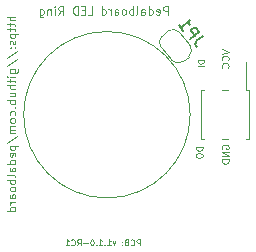
<source format=gbo>
G04 #@! TF.GenerationSoftware,KiCad,Pcbnew,7.0.7-7.0.7~ubuntu23.04.1*
G04 #@! TF.CreationDate,2023-10-17T18:20:03+00:00*
G04 #@! TF.ProjectId,pedalboard-led-ring,70656461-6c62-46f6-9172-642d6c65642d,1.1.0-RC1*
G04 #@! TF.SameCoordinates,Original*
G04 #@! TF.FileFunction,Legend,Bot*
G04 #@! TF.FilePolarity,Positive*
%FSLAX46Y46*%
G04 Gerber Fmt 4.6, Leading zero omitted, Abs format (unit mm)*
G04 Created by KiCad (PCBNEW 7.0.7-7.0.7~ubuntu23.04.1) date 2023-10-17 18:20:03*
%MOMM*%
%LPD*%
G01*
G04 APERTURE LIST*
%ADD10C,0.100000*%
%ADD11C,0.150000*%
%ADD12C,0.120000*%
G04 APERTURE END LIST*
D10*
X7050000Y0D02*
G75*
G03*
X7050000Y0I-7050000J0D01*
G01*
X8203609Y4615164D02*
X7703609Y4615164D01*
X7703609Y4615164D02*
X7703609Y4496116D01*
X7703609Y4496116D02*
X7727419Y4424688D01*
X7727419Y4424688D02*
X7775038Y4377069D01*
X7775038Y4377069D02*
X7822657Y4353259D01*
X7822657Y4353259D02*
X7917895Y4329450D01*
X7917895Y4329450D02*
X7989323Y4329450D01*
X7989323Y4329450D02*
X8084561Y4353259D01*
X8084561Y4353259D02*
X8132180Y4377069D01*
X8132180Y4377069D02*
X8179800Y4424688D01*
X8179800Y4424688D02*
X8203609Y4496116D01*
X8203609Y4496116D02*
X8203609Y4615164D01*
X8203609Y4115164D02*
X7703609Y4115164D01*
X8121371Y-2708646D02*
X7521371Y-2708646D01*
X7521371Y-2708646D02*
X7521371Y-2851503D01*
X7521371Y-2851503D02*
X7549942Y-2937217D01*
X7549942Y-2937217D02*
X7607085Y-2994360D01*
X7607085Y-2994360D02*
X7664228Y-3022931D01*
X7664228Y-3022931D02*
X7778514Y-3051503D01*
X7778514Y-3051503D02*
X7864228Y-3051503D01*
X7864228Y-3051503D02*
X7978514Y-3022931D01*
X7978514Y-3022931D02*
X8035657Y-2994360D01*
X8035657Y-2994360D02*
X8092800Y-2937217D01*
X8092800Y-2937217D02*
X8121371Y-2851503D01*
X8121371Y-2851503D02*
X8121371Y-2708646D01*
X7521371Y-3422931D02*
X7521371Y-3480074D01*
X7521371Y-3480074D02*
X7549942Y-3537217D01*
X7549942Y-3537217D02*
X7578514Y-3565789D01*
X7578514Y-3565789D02*
X7635657Y-3594360D01*
X7635657Y-3594360D02*
X7749942Y-3622931D01*
X7749942Y-3622931D02*
X7892800Y-3622931D01*
X7892800Y-3622931D02*
X8007085Y-3594360D01*
X8007085Y-3594360D02*
X8064228Y-3565789D01*
X8064228Y-3565789D02*
X8092800Y-3537217D01*
X8092800Y-3537217D02*
X8121371Y-3480074D01*
X8121371Y-3480074D02*
X8121371Y-3422931D01*
X8121371Y-3422931D02*
X8092800Y-3365789D01*
X8092800Y-3365789D02*
X8064228Y-3337217D01*
X8064228Y-3337217D02*
X8007085Y-3308646D01*
X8007085Y-3308646D02*
X7892800Y-3280074D01*
X7892800Y-3280074D02*
X7749942Y-3280074D01*
X7749942Y-3280074D02*
X7635657Y-3308646D01*
X7635657Y-3308646D02*
X7578514Y-3337217D01*
X7578514Y-3337217D02*
X7549942Y-3365789D01*
X7549942Y-3365789D02*
X7521371Y-3422931D01*
X9749942Y-2872931D02*
X9721371Y-2815789D01*
X9721371Y-2815789D02*
X9721371Y-2730074D01*
X9721371Y-2730074D02*
X9749942Y-2644360D01*
X9749942Y-2644360D02*
X9807085Y-2587217D01*
X9807085Y-2587217D02*
X9864228Y-2558646D01*
X9864228Y-2558646D02*
X9978514Y-2530074D01*
X9978514Y-2530074D02*
X10064228Y-2530074D01*
X10064228Y-2530074D02*
X10178514Y-2558646D01*
X10178514Y-2558646D02*
X10235657Y-2587217D01*
X10235657Y-2587217D02*
X10292800Y-2644360D01*
X10292800Y-2644360D02*
X10321371Y-2730074D01*
X10321371Y-2730074D02*
X10321371Y-2787217D01*
X10321371Y-2787217D02*
X10292800Y-2872931D01*
X10292800Y-2872931D02*
X10264228Y-2901503D01*
X10264228Y-2901503D02*
X10064228Y-2901503D01*
X10064228Y-2901503D02*
X10064228Y-2787217D01*
X10321371Y-3158646D02*
X9721371Y-3158646D01*
X9721371Y-3158646D02*
X10321371Y-3501503D01*
X10321371Y-3501503D02*
X9721371Y-3501503D01*
X10321371Y-3787217D02*
X9721371Y-3787217D01*
X9721371Y-3787217D02*
X9721371Y-3930074D01*
X9721371Y-3930074D02*
X9749942Y-4015788D01*
X9749942Y-4015788D02*
X9807085Y-4072931D01*
X9807085Y-4072931D02*
X9864228Y-4101502D01*
X9864228Y-4101502D02*
X9978514Y-4130074D01*
X9978514Y-4130074D02*
X10064228Y-4130074D01*
X10064228Y-4130074D02*
X10178514Y-4101502D01*
X10178514Y-4101502D02*
X10235657Y-4072931D01*
X10235657Y-4072931D02*
X10292800Y-4015788D01*
X10292800Y-4015788D02*
X10321371Y-3930074D01*
X10321371Y-3930074D02*
X10321371Y-3787217D01*
X-7750867Y8296664D02*
X-8450867Y8296664D01*
X-7750867Y7996664D02*
X-8117534Y7996664D01*
X-8117534Y7996664D02*
X-8184200Y8029997D01*
X-8184200Y8029997D02*
X-8217534Y8096664D01*
X-8217534Y8096664D02*
X-8217534Y8196664D01*
X-8217534Y8196664D02*
X-8184200Y8263330D01*
X-8184200Y8263330D02*
X-8150867Y8296664D01*
X-8217534Y7763331D02*
X-8217534Y7496664D01*
X-8450867Y7663331D02*
X-7850867Y7663331D01*
X-7850867Y7663331D02*
X-7784200Y7629997D01*
X-7784200Y7629997D02*
X-7750867Y7563331D01*
X-7750867Y7563331D02*
X-7750867Y7496664D01*
X-8217534Y7363331D02*
X-8217534Y7096664D01*
X-8450867Y7263331D02*
X-7850867Y7263331D01*
X-7850867Y7263331D02*
X-7784200Y7229997D01*
X-7784200Y7229997D02*
X-7750867Y7163331D01*
X-7750867Y7163331D02*
X-7750867Y7096664D01*
X-8217534Y6863331D02*
X-7517534Y6863331D01*
X-8184200Y6863331D02*
X-8217534Y6796664D01*
X-8217534Y6796664D02*
X-8217534Y6663331D01*
X-8217534Y6663331D02*
X-8184200Y6596664D01*
X-8184200Y6596664D02*
X-8150867Y6563331D01*
X-8150867Y6563331D02*
X-8084200Y6529997D01*
X-8084200Y6529997D02*
X-7884200Y6529997D01*
X-7884200Y6529997D02*
X-7817534Y6563331D01*
X-7817534Y6563331D02*
X-7784200Y6596664D01*
X-7784200Y6596664D02*
X-7750867Y6663331D01*
X-7750867Y6663331D02*
X-7750867Y6796664D01*
X-7750867Y6796664D02*
X-7784200Y6863331D01*
X-7784200Y6263331D02*
X-7750867Y6196664D01*
X-7750867Y6196664D02*
X-7750867Y6063331D01*
X-7750867Y6063331D02*
X-7784200Y5996664D01*
X-7784200Y5996664D02*
X-7850867Y5963331D01*
X-7850867Y5963331D02*
X-7884200Y5963331D01*
X-7884200Y5963331D02*
X-7950867Y5996664D01*
X-7950867Y5996664D02*
X-7984200Y6063331D01*
X-7984200Y6063331D02*
X-7984200Y6163331D01*
X-7984200Y6163331D02*
X-8017534Y6229998D01*
X-8017534Y6229998D02*
X-8084200Y6263331D01*
X-8084200Y6263331D02*
X-8117534Y6263331D01*
X-8117534Y6263331D02*
X-8184200Y6229998D01*
X-8184200Y6229998D02*
X-8217534Y6163331D01*
X-8217534Y6163331D02*
X-8217534Y6063331D01*
X-8217534Y6063331D02*
X-8184200Y5996664D01*
X-7817534Y5663331D02*
X-7784200Y5629997D01*
X-7784200Y5629997D02*
X-7750867Y5663331D01*
X-7750867Y5663331D02*
X-7784200Y5696664D01*
X-7784200Y5696664D02*
X-7817534Y5663331D01*
X-7817534Y5663331D02*
X-7750867Y5663331D01*
X-8184200Y5663331D02*
X-8150867Y5629997D01*
X-8150867Y5629997D02*
X-8117534Y5663331D01*
X-8117534Y5663331D02*
X-8150867Y5696664D01*
X-8150867Y5696664D02*
X-8184200Y5663331D01*
X-8184200Y5663331D02*
X-8117534Y5663331D01*
X-8484200Y4829998D02*
X-7584200Y5429998D01*
X-8484200Y4096665D02*
X-7584200Y4696665D01*
X-8217534Y3563332D02*
X-7650867Y3563332D01*
X-7650867Y3563332D02*
X-7584200Y3596665D01*
X-7584200Y3596665D02*
X-7550867Y3629998D01*
X-7550867Y3629998D02*
X-7517534Y3696665D01*
X-7517534Y3696665D02*
X-7517534Y3796665D01*
X-7517534Y3796665D02*
X-7550867Y3863332D01*
X-7784200Y3563332D02*
X-7750867Y3629998D01*
X-7750867Y3629998D02*
X-7750867Y3763332D01*
X-7750867Y3763332D02*
X-7784200Y3829998D01*
X-7784200Y3829998D02*
X-7817534Y3863332D01*
X-7817534Y3863332D02*
X-7884200Y3896665D01*
X-7884200Y3896665D02*
X-8084200Y3896665D01*
X-8084200Y3896665D02*
X-8150867Y3863332D01*
X-8150867Y3863332D02*
X-8184200Y3829998D01*
X-8184200Y3829998D02*
X-8217534Y3763332D01*
X-8217534Y3763332D02*
X-8217534Y3629998D01*
X-8217534Y3629998D02*
X-8184200Y3563332D01*
X-7750867Y3229999D02*
X-8217534Y3229999D01*
X-8450867Y3229999D02*
X-8417534Y3263332D01*
X-8417534Y3263332D02*
X-8384200Y3229999D01*
X-8384200Y3229999D02*
X-8417534Y3196665D01*
X-8417534Y3196665D02*
X-8450867Y3229999D01*
X-8450867Y3229999D02*
X-8384200Y3229999D01*
X-8217534Y2996666D02*
X-8217534Y2729999D01*
X-8450867Y2896666D02*
X-7850867Y2896666D01*
X-7850867Y2896666D02*
X-7784200Y2863332D01*
X-7784200Y2863332D02*
X-7750867Y2796666D01*
X-7750867Y2796666D02*
X-7750867Y2729999D01*
X-7750867Y2496666D02*
X-8450867Y2496666D01*
X-7750867Y2196666D02*
X-8117534Y2196666D01*
X-8117534Y2196666D02*
X-8184200Y2229999D01*
X-8184200Y2229999D02*
X-8217534Y2296666D01*
X-8217534Y2296666D02*
X-8217534Y2396666D01*
X-8217534Y2396666D02*
X-8184200Y2463332D01*
X-8184200Y2463332D02*
X-8150867Y2496666D01*
X-8217534Y1563333D02*
X-7750867Y1563333D01*
X-8217534Y1863333D02*
X-7850867Y1863333D01*
X-7850867Y1863333D02*
X-7784200Y1829999D01*
X-7784200Y1829999D02*
X-7750867Y1763333D01*
X-7750867Y1763333D02*
X-7750867Y1663333D01*
X-7750867Y1663333D02*
X-7784200Y1596666D01*
X-7784200Y1596666D02*
X-7817534Y1563333D01*
X-7750867Y1230000D02*
X-8450867Y1230000D01*
X-8184200Y1230000D02*
X-8217534Y1163333D01*
X-8217534Y1163333D02*
X-8217534Y1030000D01*
X-8217534Y1030000D02*
X-8184200Y963333D01*
X-8184200Y963333D02*
X-8150867Y930000D01*
X-8150867Y930000D02*
X-8084200Y896666D01*
X-8084200Y896666D02*
X-7884200Y896666D01*
X-7884200Y896666D02*
X-7817534Y930000D01*
X-7817534Y930000D02*
X-7784200Y963333D01*
X-7784200Y963333D02*
X-7750867Y1030000D01*
X-7750867Y1030000D02*
X-7750867Y1163333D01*
X-7750867Y1163333D02*
X-7784200Y1230000D01*
X-7817534Y596667D02*
X-7784200Y563333D01*
X-7784200Y563333D02*
X-7750867Y596667D01*
X-7750867Y596667D02*
X-7784200Y630000D01*
X-7784200Y630000D02*
X-7817534Y596667D01*
X-7817534Y596667D02*
X-7750867Y596667D01*
X-7784200Y-36666D02*
X-7750867Y30000D01*
X-7750867Y30000D02*
X-7750867Y163334D01*
X-7750867Y163334D02*
X-7784200Y230000D01*
X-7784200Y230000D02*
X-7817534Y263334D01*
X-7817534Y263334D02*
X-7884200Y296667D01*
X-7884200Y296667D02*
X-8084200Y296667D01*
X-8084200Y296667D02*
X-8150867Y263334D01*
X-8150867Y263334D02*
X-8184200Y230000D01*
X-8184200Y230000D02*
X-8217534Y163334D01*
X-8217534Y163334D02*
X-8217534Y30000D01*
X-8217534Y30000D02*
X-8184200Y-36666D01*
X-7750867Y-436666D02*
X-7784200Y-370000D01*
X-7784200Y-370000D02*
X-7817534Y-336666D01*
X-7817534Y-336666D02*
X-7884200Y-303333D01*
X-7884200Y-303333D02*
X-8084200Y-303333D01*
X-8084200Y-303333D02*
X-8150867Y-336666D01*
X-8150867Y-336666D02*
X-8184200Y-370000D01*
X-8184200Y-370000D02*
X-8217534Y-436666D01*
X-8217534Y-436666D02*
X-8217534Y-536666D01*
X-8217534Y-536666D02*
X-8184200Y-603333D01*
X-8184200Y-603333D02*
X-8150867Y-636666D01*
X-8150867Y-636666D02*
X-8084200Y-670000D01*
X-8084200Y-670000D02*
X-7884200Y-670000D01*
X-7884200Y-670000D02*
X-7817534Y-636666D01*
X-7817534Y-636666D02*
X-7784200Y-603333D01*
X-7784200Y-603333D02*
X-7750867Y-536666D01*
X-7750867Y-536666D02*
X-7750867Y-436666D01*
X-7750867Y-969999D02*
X-8217534Y-969999D01*
X-8150867Y-969999D02*
X-8184200Y-1003333D01*
X-8184200Y-1003333D02*
X-8217534Y-1069999D01*
X-8217534Y-1069999D02*
X-8217534Y-1169999D01*
X-8217534Y-1169999D02*
X-8184200Y-1236666D01*
X-8184200Y-1236666D02*
X-8117534Y-1269999D01*
X-8117534Y-1269999D02*
X-7750867Y-1269999D01*
X-8117534Y-1269999D02*
X-8184200Y-1303333D01*
X-8184200Y-1303333D02*
X-8217534Y-1369999D01*
X-8217534Y-1369999D02*
X-8217534Y-1469999D01*
X-8217534Y-1469999D02*
X-8184200Y-1536666D01*
X-8184200Y-1536666D02*
X-8117534Y-1569999D01*
X-8117534Y-1569999D02*
X-7750867Y-1569999D01*
X-8484200Y-2403332D02*
X-7584200Y-1803332D01*
X-8217534Y-2636665D02*
X-7517534Y-2636665D01*
X-8184200Y-2636665D02*
X-8217534Y-2703332D01*
X-8217534Y-2703332D02*
X-8217534Y-2836665D01*
X-8217534Y-2836665D02*
X-8184200Y-2903332D01*
X-8184200Y-2903332D02*
X-8150867Y-2936665D01*
X-8150867Y-2936665D02*
X-8084200Y-2969999D01*
X-8084200Y-2969999D02*
X-7884200Y-2969999D01*
X-7884200Y-2969999D02*
X-7817534Y-2936665D01*
X-7817534Y-2936665D02*
X-7784200Y-2903332D01*
X-7784200Y-2903332D02*
X-7750867Y-2836665D01*
X-7750867Y-2836665D02*
X-7750867Y-2703332D01*
X-7750867Y-2703332D02*
X-7784200Y-2636665D01*
X-7784200Y-3536665D02*
X-7750867Y-3469998D01*
X-7750867Y-3469998D02*
X-7750867Y-3336665D01*
X-7750867Y-3336665D02*
X-7784200Y-3269998D01*
X-7784200Y-3269998D02*
X-7850867Y-3236665D01*
X-7850867Y-3236665D02*
X-8117534Y-3236665D01*
X-8117534Y-3236665D02*
X-8184200Y-3269998D01*
X-8184200Y-3269998D02*
X-8217534Y-3336665D01*
X-8217534Y-3336665D02*
X-8217534Y-3469998D01*
X-8217534Y-3469998D02*
X-8184200Y-3536665D01*
X-8184200Y-3536665D02*
X-8117534Y-3569998D01*
X-8117534Y-3569998D02*
X-8050867Y-3569998D01*
X-8050867Y-3569998D02*
X-7984200Y-3236665D01*
X-7750867Y-4169998D02*
X-8450867Y-4169998D01*
X-7784200Y-4169998D02*
X-7750867Y-4103332D01*
X-7750867Y-4103332D02*
X-7750867Y-3969998D01*
X-7750867Y-3969998D02*
X-7784200Y-3903332D01*
X-7784200Y-3903332D02*
X-7817534Y-3869998D01*
X-7817534Y-3869998D02*
X-7884200Y-3836665D01*
X-7884200Y-3836665D02*
X-8084200Y-3836665D01*
X-8084200Y-3836665D02*
X-8150867Y-3869998D01*
X-8150867Y-3869998D02*
X-8184200Y-3903332D01*
X-8184200Y-3903332D02*
X-8217534Y-3969998D01*
X-8217534Y-3969998D02*
X-8217534Y-4103332D01*
X-8217534Y-4103332D02*
X-8184200Y-4169998D01*
X-7750867Y-4803331D02*
X-8117534Y-4803331D01*
X-8117534Y-4803331D02*
X-8184200Y-4769998D01*
X-8184200Y-4769998D02*
X-8217534Y-4703331D01*
X-8217534Y-4703331D02*
X-8217534Y-4569998D01*
X-8217534Y-4569998D02*
X-8184200Y-4503331D01*
X-7784200Y-4803331D02*
X-7750867Y-4736665D01*
X-7750867Y-4736665D02*
X-7750867Y-4569998D01*
X-7750867Y-4569998D02*
X-7784200Y-4503331D01*
X-7784200Y-4503331D02*
X-7850867Y-4469998D01*
X-7850867Y-4469998D02*
X-7917534Y-4469998D01*
X-7917534Y-4469998D02*
X-7984200Y-4503331D01*
X-7984200Y-4503331D02*
X-8017534Y-4569998D01*
X-8017534Y-4569998D02*
X-8017534Y-4736665D01*
X-8017534Y-4736665D02*
X-8050867Y-4803331D01*
X-7750867Y-5236664D02*
X-7784200Y-5169998D01*
X-7784200Y-5169998D02*
X-7850867Y-5136664D01*
X-7850867Y-5136664D02*
X-8450867Y-5136664D01*
X-7750867Y-5503331D02*
X-8450867Y-5503331D01*
X-8184200Y-5503331D02*
X-8217534Y-5569998D01*
X-8217534Y-5569998D02*
X-8217534Y-5703331D01*
X-8217534Y-5703331D02*
X-8184200Y-5769998D01*
X-8184200Y-5769998D02*
X-8150867Y-5803331D01*
X-8150867Y-5803331D02*
X-8084200Y-5836665D01*
X-8084200Y-5836665D02*
X-7884200Y-5836665D01*
X-7884200Y-5836665D02*
X-7817534Y-5803331D01*
X-7817534Y-5803331D02*
X-7784200Y-5769998D01*
X-7784200Y-5769998D02*
X-7750867Y-5703331D01*
X-7750867Y-5703331D02*
X-7750867Y-5569998D01*
X-7750867Y-5569998D02*
X-7784200Y-5503331D01*
X-7750867Y-6236664D02*
X-7784200Y-6169998D01*
X-7784200Y-6169998D02*
X-7817534Y-6136664D01*
X-7817534Y-6136664D02*
X-7884200Y-6103331D01*
X-7884200Y-6103331D02*
X-8084200Y-6103331D01*
X-8084200Y-6103331D02*
X-8150867Y-6136664D01*
X-8150867Y-6136664D02*
X-8184200Y-6169998D01*
X-8184200Y-6169998D02*
X-8217534Y-6236664D01*
X-8217534Y-6236664D02*
X-8217534Y-6336664D01*
X-8217534Y-6336664D02*
X-8184200Y-6403331D01*
X-8184200Y-6403331D02*
X-8150867Y-6436664D01*
X-8150867Y-6436664D02*
X-8084200Y-6469998D01*
X-8084200Y-6469998D02*
X-7884200Y-6469998D01*
X-7884200Y-6469998D02*
X-7817534Y-6436664D01*
X-7817534Y-6436664D02*
X-7784200Y-6403331D01*
X-7784200Y-6403331D02*
X-7750867Y-6336664D01*
X-7750867Y-6336664D02*
X-7750867Y-6236664D01*
X-7750867Y-7069997D02*
X-8117534Y-7069997D01*
X-8117534Y-7069997D02*
X-8184200Y-7036664D01*
X-8184200Y-7036664D02*
X-8217534Y-6969997D01*
X-8217534Y-6969997D02*
X-8217534Y-6836664D01*
X-8217534Y-6836664D02*
X-8184200Y-6769997D01*
X-7784200Y-7069997D02*
X-7750867Y-7003331D01*
X-7750867Y-7003331D02*
X-7750867Y-6836664D01*
X-7750867Y-6836664D02*
X-7784200Y-6769997D01*
X-7784200Y-6769997D02*
X-7850867Y-6736664D01*
X-7850867Y-6736664D02*
X-7917534Y-6736664D01*
X-7917534Y-6736664D02*
X-7984200Y-6769997D01*
X-7984200Y-6769997D02*
X-8017534Y-6836664D01*
X-8017534Y-6836664D02*
X-8017534Y-7003331D01*
X-8017534Y-7003331D02*
X-8050867Y-7069997D01*
X-7750867Y-7403330D02*
X-8217534Y-7403330D01*
X-8084200Y-7403330D02*
X-8150867Y-7436664D01*
X-8150867Y-7436664D02*
X-8184200Y-7469997D01*
X-8184200Y-7469997D02*
X-8217534Y-7536664D01*
X-8217534Y-7536664D02*
X-8217534Y-7603330D01*
X-7750867Y-8136663D02*
X-8450867Y-8136663D01*
X-7784200Y-8136663D02*
X-7750867Y-8069997D01*
X-7750867Y-8069997D02*
X-7750867Y-7936663D01*
X-7750867Y-7936663D02*
X-7784200Y-7869997D01*
X-7784200Y-7869997D02*
X-7817534Y-7836663D01*
X-7817534Y-7836663D02*
X-7884200Y-7803330D01*
X-7884200Y-7803330D02*
X-8084200Y-7803330D01*
X-8084200Y-7803330D02*
X-8150867Y-7836663D01*
X-8150867Y-7836663D02*
X-8184200Y-7869997D01*
X-8184200Y-7869997D02*
X-8217534Y-7936663D01*
X-8217534Y-7936663D02*
X-8217534Y-8069997D01*
X-8217534Y-8069997D02*
X-8184200Y-8136663D01*
X9711371Y5537069D02*
X10311371Y5337069D01*
X10311371Y5337069D02*
X9711371Y5137069D01*
X10254228Y4594211D02*
X10282800Y4622783D01*
X10282800Y4622783D02*
X10311371Y4708497D01*
X10311371Y4708497D02*
X10311371Y4765640D01*
X10311371Y4765640D02*
X10282800Y4851354D01*
X10282800Y4851354D02*
X10225657Y4908497D01*
X10225657Y4908497D02*
X10168514Y4937068D01*
X10168514Y4937068D02*
X10054228Y4965640D01*
X10054228Y4965640D02*
X9968514Y4965640D01*
X9968514Y4965640D02*
X9854228Y4937068D01*
X9854228Y4937068D02*
X9797085Y4908497D01*
X9797085Y4908497D02*
X9739942Y4851354D01*
X9739942Y4851354D02*
X9711371Y4765640D01*
X9711371Y4765640D02*
X9711371Y4708497D01*
X9711371Y4708497D02*
X9739942Y4622783D01*
X9739942Y4622783D02*
X9768514Y4594211D01*
X10254228Y3994211D02*
X10282800Y4022783D01*
X10282800Y4022783D02*
X10311371Y4108497D01*
X10311371Y4108497D02*
X10311371Y4165640D01*
X10311371Y4165640D02*
X10282800Y4251354D01*
X10282800Y4251354D02*
X10225657Y4308497D01*
X10225657Y4308497D02*
X10168514Y4337068D01*
X10168514Y4337068D02*
X10054228Y4365640D01*
X10054228Y4365640D02*
X9968514Y4365640D01*
X9968514Y4365640D02*
X9854228Y4337068D01*
X9854228Y4337068D02*
X9797085Y4308497D01*
X9797085Y4308497D02*
X9739942Y4251354D01*
X9739942Y4251354D02*
X9711371Y4165640D01*
X9711371Y4165640D02*
X9711371Y4108497D01*
X9711371Y4108497D02*
X9739942Y4022783D01*
X9739942Y4022783D02*
X9768514Y3994211D01*
X2790950Y-11063609D02*
X2790950Y-10563609D01*
X2790950Y-10563609D02*
X2600474Y-10563609D01*
X2600474Y-10563609D02*
X2552855Y-10587419D01*
X2552855Y-10587419D02*
X2529045Y-10611228D01*
X2529045Y-10611228D02*
X2505236Y-10658847D01*
X2505236Y-10658847D02*
X2505236Y-10730276D01*
X2505236Y-10730276D02*
X2529045Y-10777895D01*
X2529045Y-10777895D02*
X2552855Y-10801704D01*
X2552855Y-10801704D02*
X2600474Y-10825514D01*
X2600474Y-10825514D02*
X2790950Y-10825514D01*
X2005236Y-11015990D02*
X2029045Y-11039800D01*
X2029045Y-11039800D02*
X2100474Y-11063609D01*
X2100474Y-11063609D02*
X2148093Y-11063609D01*
X2148093Y-11063609D02*
X2219521Y-11039800D01*
X2219521Y-11039800D02*
X2267140Y-10992180D01*
X2267140Y-10992180D02*
X2290950Y-10944561D01*
X2290950Y-10944561D02*
X2314759Y-10849323D01*
X2314759Y-10849323D02*
X2314759Y-10777895D01*
X2314759Y-10777895D02*
X2290950Y-10682657D01*
X2290950Y-10682657D02*
X2267140Y-10635038D01*
X2267140Y-10635038D02*
X2219521Y-10587419D01*
X2219521Y-10587419D02*
X2148093Y-10563609D01*
X2148093Y-10563609D02*
X2100474Y-10563609D01*
X2100474Y-10563609D02*
X2029045Y-10587419D01*
X2029045Y-10587419D02*
X2005236Y-10611228D01*
X1624283Y-10801704D02*
X1552855Y-10825514D01*
X1552855Y-10825514D02*
X1529045Y-10849323D01*
X1529045Y-10849323D02*
X1505236Y-10896942D01*
X1505236Y-10896942D02*
X1505236Y-10968371D01*
X1505236Y-10968371D02*
X1529045Y-11015990D01*
X1529045Y-11015990D02*
X1552855Y-11039800D01*
X1552855Y-11039800D02*
X1600474Y-11063609D01*
X1600474Y-11063609D02*
X1790950Y-11063609D01*
X1790950Y-11063609D02*
X1790950Y-10563609D01*
X1790950Y-10563609D02*
X1624283Y-10563609D01*
X1624283Y-10563609D02*
X1576664Y-10587419D01*
X1576664Y-10587419D02*
X1552855Y-10611228D01*
X1552855Y-10611228D02*
X1529045Y-10658847D01*
X1529045Y-10658847D02*
X1529045Y-10706466D01*
X1529045Y-10706466D02*
X1552855Y-10754085D01*
X1552855Y-10754085D02*
X1576664Y-10777895D01*
X1576664Y-10777895D02*
X1624283Y-10801704D01*
X1624283Y-10801704D02*
X1790950Y-10801704D01*
X1290950Y-11015990D02*
X1267140Y-11039800D01*
X1267140Y-11039800D02*
X1290950Y-11063609D01*
X1290950Y-11063609D02*
X1314759Y-11039800D01*
X1314759Y-11039800D02*
X1290950Y-11015990D01*
X1290950Y-11015990D02*
X1290950Y-11063609D01*
X1290950Y-10754085D02*
X1267140Y-10777895D01*
X1267140Y-10777895D02*
X1290950Y-10801704D01*
X1290950Y-10801704D02*
X1314759Y-10777895D01*
X1314759Y-10777895D02*
X1290950Y-10754085D01*
X1290950Y-10754085D02*
X1290950Y-10801704D01*
X719522Y-10730276D02*
X600474Y-11063609D01*
X600474Y-11063609D02*
X481427Y-10730276D01*
X29046Y-11063609D02*
X314760Y-11063609D01*
X171903Y-11063609D02*
X171903Y-10563609D01*
X171903Y-10563609D02*
X219522Y-10635038D01*
X219522Y-10635038D02*
X267141Y-10682657D01*
X267141Y-10682657D02*
X314760Y-10706466D01*
X-185239Y-11015990D02*
X-209049Y-11039800D01*
X-209049Y-11039800D02*
X-185239Y-11063609D01*
X-185239Y-11063609D02*
X-161430Y-11039800D01*
X-161430Y-11039800D02*
X-185239Y-11015990D01*
X-185239Y-11015990D02*
X-185239Y-11063609D01*
X-685239Y-11063609D02*
X-399525Y-11063609D01*
X-542382Y-11063609D02*
X-542382Y-10563609D01*
X-542382Y-10563609D02*
X-494763Y-10635038D01*
X-494763Y-10635038D02*
X-447144Y-10682657D01*
X-447144Y-10682657D02*
X-399525Y-10706466D01*
X-899524Y-11015990D02*
X-923334Y-11039800D01*
X-923334Y-11039800D02*
X-899524Y-11063609D01*
X-899524Y-11063609D02*
X-875715Y-11039800D01*
X-875715Y-11039800D02*
X-899524Y-11015990D01*
X-899524Y-11015990D02*
X-899524Y-11063609D01*
X-1232857Y-10563609D02*
X-1280476Y-10563609D01*
X-1280476Y-10563609D02*
X-1328095Y-10587419D01*
X-1328095Y-10587419D02*
X-1351905Y-10611228D01*
X-1351905Y-10611228D02*
X-1375714Y-10658847D01*
X-1375714Y-10658847D02*
X-1399524Y-10754085D01*
X-1399524Y-10754085D02*
X-1399524Y-10873133D01*
X-1399524Y-10873133D02*
X-1375714Y-10968371D01*
X-1375714Y-10968371D02*
X-1351905Y-11015990D01*
X-1351905Y-11015990D02*
X-1328095Y-11039800D01*
X-1328095Y-11039800D02*
X-1280476Y-11063609D01*
X-1280476Y-11063609D02*
X-1232857Y-11063609D01*
X-1232857Y-11063609D02*
X-1185238Y-11039800D01*
X-1185238Y-11039800D02*
X-1161429Y-11015990D01*
X-1161429Y-11015990D02*
X-1137619Y-10968371D01*
X-1137619Y-10968371D02*
X-1113810Y-10873133D01*
X-1113810Y-10873133D02*
X-1113810Y-10754085D01*
X-1113810Y-10754085D02*
X-1137619Y-10658847D01*
X-1137619Y-10658847D02*
X-1161429Y-10611228D01*
X-1161429Y-10611228D02*
X-1185238Y-10587419D01*
X-1185238Y-10587419D02*
X-1232857Y-10563609D01*
X-1613809Y-10873133D02*
X-1994761Y-10873133D01*
X-2518571Y-11063609D02*
X-2351905Y-10825514D01*
X-2232857Y-11063609D02*
X-2232857Y-10563609D01*
X-2232857Y-10563609D02*
X-2423333Y-10563609D01*
X-2423333Y-10563609D02*
X-2470952Y-10587419D01*
X-2470952Y-10587419D02*
X-2494762Y-10611228D01*
X-2494762Y-10611228D02*
X-2518571Y-10658847D01*
X-2518571Y-10658847D02*
X-2518571Y-10730276D01*
X-2518571Y-10730276D02*
X-2494762Y-10777895D01*
X-2494762Y-10777895D02*
X-2470952Y-10801704D01*
X-2470952Y-10801704D02*
X-2423333Y-10825514D01*
X-2423333Y-10825514D02*
X-2232857Y-10825514D01*
X-3018571Y-11015990D02*
X-2994762Y-11039800D01*
X-2994762Y-11039800D02*
X-2923333Y-11063609D01*
X-2923333Y-11063609D02*
X-2875714Y-11063609D01*
X-2875714Y-11063609D02*
X-2804286Y-11039800D01*
X-2804286Y-11039800D02*
X-2756667Y-10992180D01*
X-2756667Y-10992180D02*
X-2732857Y-10944561D01*
X-2732857Y-10944561D02*
X-2709048Y-10849323D01*
X-2709048Y-10849323D02*
X-2709048Y-10777895D01*
X-2709048Y-10777895D02*
X-2732857Y-10682657D01*
X-2732857Y-10682657D02*
X-2756667Y-10635038D01*
X-2756667Y-10635038D02*
X-2804286Y-10587419D01*
X-2804286Y-10587419D02*
X-2875714Y-10563609D01*
X-2875714Y-10563609D02*
X-2923333Y-10563609D01*
X-2923333Y-10563609D02*
X-2994762Y-10587419D01*
X-2994762Y-10587419D02*
X-3018571Y-10611228D01*
X-3494762Y-11063609D02*
X-3209048Y-11063609D01*
X-3351905Y-11063609D02*
X-3351905Y-10563609D01*
X-3351905Y-10563609D02*
X-3304286Y-10635038D01*
X-3304286Y-10635038D02*
X-3256667Y-10682657D01*
X-3256667Y-10682657D02*
X-3209048Y-10706466D01*
X5146664Y8470867D02*
X5146664Y9170867D01*
X5146664Y9170867D02*
X4879997Y9170867D01*
X4879997Y9170867D02*
X4813331Y9137534D01*
X4813331Y9137534D02*
X4779997Y9104200D01*
X4779997Y9104200D02*
X4746664Y9037534D01*
X4746664Y9037534D02*
X4746664Y8937534D01*
X4746664Y8937534D02*
X4779997Y8870867D01*
X4779997Y8870867D02*
X4813331Y8837534D01*
X4813331Y8837534D02*
X4879997Y8804200D01*
X4879997Y8804200D02*
X5146664Y8804200D01*
X4179997Y8504200D02*
X4246664Y8470867D01*
X4246664Y8470867D02*
X4379997Y8470867D01*
X4379997Y8470867D02*
X4446664Y8504200D01*
X4446664Y8504200D02*
X4479997Y8570867D01*
X4479997Y8570867D02*
X4479997Y8837534D01*
X4479997Y8837534D02*
X4446664Y8904200D01*
X4446664Y8904200D02*
X4379997Y8937534D01*
X4379997Y8937534D02*
X4246664Y8937534D01*
X4246664Y8937534D02*
X4179997Y8904200D01*
X4179997Y8904200D02*
X4146664Y8837534D01*
X4146664Y8837534D02*
X4146664Y8770867D01*
X4146664Y8770867D02*
X4479997Y8704200D01*
X3546664Y8470867D02*
X3546664Y9170867D01*
X3546664Y8504200D02*
X3613331Y8470867D01*
X3613331Y8470867D02*
X3746664Y8470867D01*
X3746664Y8470867D02*
X3813331Y8504200D01*
X3813331Y8504200D02*
X3846664Y8537534D01*
X3846664Y8537534D02*
X3879997Y8604200D01*
X3879997Y8604200D02*
X3879997Y8804200D01*
X3879997Y8804200D02*
X3846664Y8870867D01*
X3846664Y8870867D02*
X3813331Y8904200D01*
X3813331Y8904200D02*
X3746664Y8937534D01*
X3746664Y8937534D02*
X3613331Y8937534D01*
X3613331Y8937534D02*
X3546664Y8904200D01*
X2913331Y8470867D02*
X2913331Y8837534D01*
X2913331Y8837534D02*
X2946664Y8904200D01*
X2946664Y8904200D02*
X3013331Y8937534D01*
X3013331Y8937534D02*
X3146664Y8937534D01*
X3146664Y8937534D02*
X3213331Y8904200D01*
X2913331Y8504200D02*
X2979998Y8470867D01*
X2979998Y8470867D02*
X3146664Y8470867D01*
X3146664Y8470867D02*
X3213331Y8504200D01*
X3213331Y8504200D02*
X3246664Y8570867D01*
X3246664Y8570867D02*
X3246664Y8637534D01*
X3246664Y8637534D02*
X3213331Y8704200D01*
X3213331Y8704200D02*
X3146664Y8737534D01*
X3146664Y8737534D02*
X2979998Y8737534D01*
X2979998Y8737534D02*
X2913331Y8770867D01*
X2479998Y8470867D02*
X2546665Y8504200D01*
X2546665Y8504200D02*
X2579998Y8570867D01*
X2579998Y8570867D02*
X2579998Y9170867D01*
X2213331Y8470867D02*
X2213331Y9170867D01*
X2213331Y8904200D02*
X2146664Y8937534D01*
X2146664Y8937534D02*
X2013331Y8937534D01*
X2013331Y8937534D02*
X1946664Y8904200D01*
X1946664Y8904200D02*
X1913331Y8870867D01*
X1913331Y8870867D02*
X1879998Y8804200D01*
X1879998Y8804200D02*
X1879998Y8604200D01*
X1879998Y8604200D02*
X1913331Y8537534D01*
X1913331Y8537534D02*
X1946664Y8504200D01*
X1946664Y8504200D02*
X2013331Y8470867D01*
X2013331Y8470867D02*
X2146664Y8470867D01*
X2146664Y8470867D02*
X2213331Y8504200D01*
X1479998Y8470867D02*
X1546665Y8504200D01*
X1546665Y8504200D02*
X1579998Y8537534D01*
X1579998Y8537534D02*
X1613331Y8604200D01*
X1613331Y8604200D02*
X1613331Y8804200D01*
X1613331Y8804200D02*
X1579998Y8870867D01*
X1579998Y8870867D02*
X1546665Y8904200D01*
X1546665Y8904200D02*
X1479998Y8937534D01*
X1479998Y8937534D02*
X1379998Y8937534D01*
X1379998Y8937534D02*
X1313331Y8904200D01*
X1313331Y8904200D02*
X1279998Y8870867D01*
X1279998Y8870867D02*
X1246665Y8804200D01*
X1246665Y8804200D02*
X1246665Y8604200D01*
X1246665Y8604200D02*
X1279998Y8537534D01*
X1279998Y8537534D02*
X1313331Y8504200D01*
X1313331Y8504200D02*
X1379998Y8470867D01*
X1379998Y8470867D02*
X1479998Y8470867D01*
X646665Y8470867D02*
X646665Y8837534D01*
X646665Y8837534D02*
X679998Y8904200D01*
X679998Y8904200D02*
X746665Y8937534D01*
X746665Y8937534D02*
X879998Y8937534D01*
X879998Y8937534D02*
X946665Y8904200D01*
X646665Y8504200D02*
X713332Y8470867D01*
X713332Y8470867D02*
X879998Y8470867D01*
X879998Y8470867D02*
X946665Y8504200D01*
X946665Y8504200D02*
X979998Y8570867D01*
X979998Y8570867D02*
X979998Y8637534D01*
X979998Y8637534D02*
X946665Y8704200D01*
X946665Y8704200D02*
X879998Y8737534D01*
X879998Y8737534D02*
X713332Y8737534D01*
X713332Y8737534D02*
X646665Y8770867D01*
X313332Y8470867D02*
X313332Y8937534D01*
X313332Y8804200D02*
X279999Y8870867D01*
X279999Y8870867D02*
X246665Y8904200D01*
X246665Y8904200D02*
X179999Y8937534D01*
X179999Y8937534D02*
X113332Y8937534D01*
X-420001Y8470867D02*
X-420001Y9170867D01*
X-420001Y8504200D02*
X-353334Y8470867D01*
X-353334Y8470867D02*
X-220001Y8470867D01*
X-220001Y8470867D02*
X-153334Y8504200D01*
X-153334Y8504200D02*
X-120001Y8537534D01*
X-120001Y8537534D02*
X-86668Y8604200D01*
X-86668Y8604200D02*
X-86668Y8804200D01*
X-86668Y8804200D02*
X-120001Y8870867D01*
X-120001Y8870867D02*
X-153334Y8904200D01*
X-153334Y8904200D02*
X-220001Y8937534D01*
X-220001Y8937534D02*
X-353334Y8937534D01*
X-353334Y8937534D02*
X-420001Y8904200D01*
X-1620000Y8470867D02*
X-1286667Y8470867D01*
X-1286667Y8470867D02*
X-1286667Y9170867D01*
X-1853334Y8837534D02*
X-2086667Y8837534D01*
X-2186667Y8470867D02*
X-1853334Y8470867D01*
X-1853334Y8470867D02*
X-1853334Y9170867D01*
X-1853334Y9170867D02*
X-2186667Y9170867D01*
X-2486667Y8470867D02*
X-2486667Y9170867D01*
X-2486667Y9170867D02*
X-2653334Y9170867D01*
X-2653334Y9170867D02*
X-2753334Y9137534D01*
X-2753334Y9137534D02*
X-2820000Y9070867D01*
X-2820000Y9070867D02*
X-2853334Y9004200D01*
X-2853334Y9004200D02*
X-2886667Y8870867D01*
X-2886667Y8870867D02*
X-2886667Y8770867D01*
X-2886667Y8770867D02*
X-2853334Y8637534D01*
X-2853334Y8637534D02*
X-2820000Y8570867D01*
X-2820000Y8570867D02*
X-2753334Y8504200D01*
X-2753334Y8504200D02*
X-2653334Y8470867D01*
X-2653334Y8470867D02*
X-2486667Y8470867D01*
X-4120000Y8470867D02*
X-3886667Y8804200D01*
X-3720000Y8470867D02*
X-3720000Y9170867D01*
X-3720000Y9170867D02*
X-3986667Y9170867D01*
X-3986667Y9170867D02*
X-4053333Y9137534D01*
X-4053333Y9137534D02*
X-4086667Y9104200D01*
X-4086667Y9104200D02*
X-4120000Y9037534D01*
X-4120000Y9037534D02*
X-4120000Y8937534D01*
X-4120000Y8937534D02*
X-4086667Y8870867D01*
X-4086667Y8870867D02*
X-4053333Y8837534D01*
X-4053333Y8837534D02*
X-3986667Y8804200D01*
X-3986667Y8804200D02*
X-3720000Y8804200D01*
X-4420000Y8470867D02*
X-4420000Y8937534D01*
X-4420000Y9170867D02*
X-4386667Y9137534D01*
X-4386667Y9137534D02*
X-4420000Y9104200D01*
X-4420000Y9104200D02*
X-4453333Y9137534D01*
X-4453333Y9137534D02*
X-4420000Y9170867D01*
X-4420000Y9170867D02*
X-4420000Y9104200D01*
X-4753333Y8937534D02*
X-4753333Y8470867D01*
X-4753333Y8870867D02*
X-4786666Y8904200D01*
X-4786666Y8904200D02*
X-4853333Y8937534D01*
X-4853333Y8937534D02*
X-4953333Y8937534D01*
X-4953333Y8937534D02*
X-5020000Y8904200D01*
X-5020000Y8904200D02*
X-5053333Y8837534D01*
X-5053333Y8837534D02*
X-5053333Y8470867D01*
X-5686666Y8937534D02*
X-5686666Y8370867D01*
X-5686666Y8370867D02*
X-5653333Y8304200D01*
X-5653333Y8304200D02*
X-5619999Y8270867D01*
X-5619999Y8270867D02*
X-5553333Y8237534D01*
X-5553333Y8237534D02*
X-5453333Y8237534D01*
X-5453333Y8237534D02*
X-5386666Y8270867D01*
X-5686666Y8504200D02*
X-5619999Y8470867D01*
X-5619999Y8470867D02*
X-5486666Y8470867D01*
X-5486666Y8470867D02*
X-5419999Y8504200D01*
X-5419999Y8504200D02*
X-5386666Y8537534D01*
X-5386666Y8537534D02*
X-5353333Y8604200D01*
X-5353333Y8604200D02*
X-5353333Y8804200D01*
X-5353333Y8804200D02*
X-5386666Y8870867D01*
X-5386666Y8870867D02*
X-5419999Y8904200D01*
X-5419999Y8904200D02*
X-5486666Y8937534D01*
X-5486666Y8937534D02*
X-5619999Y8937534D01*
X-5619999Y8937534D02*
X-5686666Y8904200D01*
D11*
X8132169Y6669084D02*
X7584994Y6209950D01*
X7584994Y6209950D02*
X7506168Y6081644D01*
X7506168Y6081644D02*
X7494429Y5947470D01*
X7494429Y5947470D02*
X7549778Y5807426D01*
X7549778Y5807426D02*
X7610996Y5734470D01*
X7060035Y6391079D02*
X7826079Y7033867D01*
X7826079Y7033867D02*
X7581208Y7325693D01*
X7581208Y7325693D02*
X7483512Y7368041D01*
X7483512Y7368041D02*
X7416424Y7373910D01*
X7416424Y7373910D02*
X7312859Y7349171D01*
X7312859Y7349171D02*
X7203424Y7257344D01*
X7203424Y7257344D02*
X7161076Y7159648D01*
X7161076Y7159648D02*
X7155207Y7092561D01*
X7155207Y7092561D02*
X7179946Y6988995D01*
X7179946Y6988995D02*
X7424818Y6697169D01*
X6080549Y7558385D02*
X6447856Y7120645D01*
X6264203Y7339515D02*
X7030247Y7982303D01*
X7030247Y7982303D02*
X6982030Y7817519D01*
X6982030Y7817519D02*
X6970291Y7683345D01*
X6970291Y7683345D02*
X6995031Y7579779D01*
D12*
X7940000Y-2060000D02*
X7940000Y2060000D01*
X8240000Y-2060000D02*
X7940000Y-2060000D01*
X10240000Y-2060000D02*
X9760000Y-2060000D01*
X12060000Y-2060000D02*
X11760000Y-2060000D01*
X12060000Y-2060000D02*
X12060000Y2060000D01*
X8240000Y2060000D02*
X7940000Y2060000D01*
X10240000Y2060000D02*
X9760000Y2060000D01*
X11760000Y2060000D02*
X11760000Y4440000D01*
X12060000Y2060000D02*
X11760000Y2060000D01*
X6470089Y4534701D02*
X6929716Y4920374D01*
X7015996Y5906556D02*
X6116093Y6979019D01*
X4584004Y5693444D02*
X5483907Y4620981D01*
X5129911Y7065299D02*
X4670284Y6679626D01*
X5483908Y4620982D02*
G75*
G03*
X6470088Y4534702I536230J449949D01*
G01*
X6929715Y4920375D02*
G75*
G03*
X7015995Y5906555I-449949J536230D01*
G01*
X4670284Y6679625D02*
G75*
G03*
X4584005Y5693444I449951J-536230D01*
G01*
X6116093Y6979019D02*
G75*
G03*
X5129911Y7065299I-536231J-449952D01*
G01*
M02*

</source>
